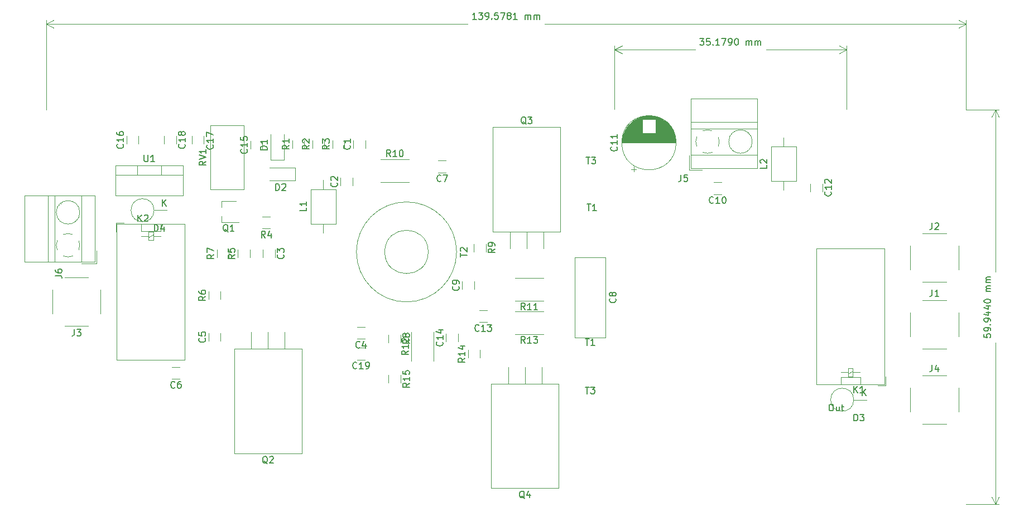
<source format=gbr>
G04 #@! TF.GenerationSoftware,KiCad,Pcbnew,(6.0.0)*
G04 #@! TF.CreationDate,2022-05-31T00:37:06+02:00*
G04 #@! TF.ProjectId,rfamp3,7266616d-7033-42e6-9b69-6361645f7063,rev?*
G04 #@! TF.SameCoordinates,Original*
G04 #@! TF.FileFunction,Legend,Top*
G04 #@! TF.FilePolarity,Positive*
%FSLAX46Y46*%
G04 Gerber Fmt 4.6, Leading zero omitted, Abs format (unit mm)*
G04 Created by KiCad (PCBNEW (6.0.0)) date 2022-05-31 00:37:06*
%MOMM*%
%LPD*%
G01*
G04 APERTURE LIST*
%ADD10C,0.150000*%
%ADD11C,0.120000*%
G04 APERTURE END LIST*
D10*
X126728150Y-30426612D02*
X126156721Y-30426612D01*
X126442436Y-30426612D02*
X126442436Y-29426612D01*
X126347198Y-29569470D01*
X126251960Y-29664708D01*
X126156721Y-29712327D01*
X127061483Y-29426612D02*
X127680531Y-29426612D01*
X127347198Y-29807565D01*
X127490055Y-29807565D01*
X127585293Y-29855184D01*
X127632912Y-29902803D01*
X127680531Y-29998041D01*
X127680531Y-30236136D01*
X127632912Y-30331374D01*
X127585293Y-30378993D01*
X127490055Y-30426612D01*
X127204340Y-30426612D01*
X127109102Y-30378993D01*
X127061483Y-30331374D01*
X128156721Y-30426612D02*
X128347198Y-30426612D01*
X128442436Y-30378993D01*
X128490055Y-30331374D01*
X128585293Y-30188517D01*
X128632912Y-29998041D01*
X128632912Y-29617089D01*
X128585293Y-29521851D01*
X128537674Y-29474232D01*
X128442436Y-29426612D01*
X128251960Y-29426612D01*
X128156721Y-29474232D01*
X128109102Y-29521851D01*
X128061483Y-29617089D01*
X128061483Y-29855184D01*
X128109102Y-29950422D01*
X128156721Y-29998041D01*
X128251960Y-30045660D01*
X128442436Y-30045660D01*
X128537674Y-29998041D01*
X128585293Y-29950422D01*
X128632912Y-29855184D01*
X129061483Y-30331374D02*
X129109102Y-30378993D01*
X129061483Y-30426612D01*
X129013864Y-30378993D01*
X129061483Y-30331374D01*
X129061483Y-30426612D01*
X130013864Y-29426612D02*
X129537674Y-29426612D01*
X129490055Y-29902803D01*
X129537674Y-29855184D01*
X129632912Y-29807565D01*
X129871007Y-29807565D01*
X129966245Y-29855184D01*
X130013864Y-29902803D01*
X130061483Y-29998041D01*
X130061483Y-30236136D01*
X130013864Y-30331374D01*
X129966245Y-30378993D01*
X129871007Y-30426612D01*
X129632912Y-30426612D01*
X129537674Y-30378993D01*
X129490055Y-30331374D01*
X130394817Y-29426612D02*
X131061483Y-29426612D01*
X130632912Y-30426612D01*
X131585293Y-29855184D02*
X131490055Y-29807565D01*
X131442436Y-29759946D01*
X131394817Y-29664708D01*
X131394817Y-29617089D01*
X131442436Y-29521851D01*
X131490055Y-29474232D01*
X131585293Y-29426612D01*
X131775769Y-29426612D01*
X131871007Y-29474232D01*
X131918626Y-29521851D01*
X131966245Y-29617089D01*
X131966245Y-29664708D01*
X131918626Y-29759946D01*
X131871007Y-29807565D01*
X131775769Y-29855184D01*
X131585293Y-29855184D01*
X131490055Y-29902803D01*
X131442436Y-29950422D01*
X131394817Y-30045660D01*
X131394817Y-30236136D01*
X131442436Y-30331374D01*
X131490055Y-30378993D01*
X131585293Y-30426612D01*
X131775769Y-30426612D01*
X131871007Y-30378993D01*
X131918626Y-30331374D01*
X131966245Y-30236136D01*
X131966245Y-30045660D01*
X131918626Y-29950422D01*
X131871007Y-29902803D01*
X131775769Y-29855184D01*
X132918626Y-30426612D02*
X132347198Y-30426612D01*
X132632912Y-30426612D02*
X132632912Y-29426612D01*
X132537674Y-29569470D01*
X132442436Y-29664708D01*
X132347198Y-29712327D01*
X134109102Y-30426612D02*
X134109102Y-29759946D01*
X134109102Y-29855184D02*
X134156721Y-29807565D01*
X134251960Y-29759946D01*
X134394817Y-29759946D01*
X134490055Y-29807565D01*
X134537674Y-29902803D01*
X134537674Y-30426612D01*
X134537674Y-29902803D02*
X134585293Y-29807565D01*
X134680531Y-29759946D01*
X134823388Y-29759946D01*
X134918626Y-29807565D01*
X134966245Y-29902803D01*
X134966245Y-30426612D01*
X135442436Y-30426612D02*
X135442436Y-29759946D01*
X135442436Y-29855184D02*
X135490055Y-29807565D01*
X135585293Y-29759946D01*
X135728150Y-29759946D01*
X135823388Y-29807565D01*
X135871007Y-29902803D01*
X135871007Y-30426612D01*
X135871007Y-29902803D02*
X135918626Y-29807565D01*
X136013864Y-29759946D01*
X136156721Y-29759946D01*
X136251960Y-29807565D01*
X136299579Y-29902803D01*
X136299579Y-30426612D01*
D11*
X201041000Y-44196000D02*
X201041000Y-30537812D01*
X61462920Y-44196000D02*
X61462920Y-30537812D01*
X201041000Y-31124232D02*
X137112675Y-31124232D01*
X125391246Y-31124232D02*
X61462920Y-31124232D01*
X201041000Y-31124232D02*
X199914496Y-30537811D01*
X201041000Y-31124232D02*
X199914496Y-31710653D01*
X61462920Y-31124232D02*
X62589424Y-31710653D01*
X61462920Y-31124232D02*
X62589424Y-30537811D01*
D10*
X160623833Y-33359200D02*
X161242880Y-33359200D01*
X160909547Y-33740153D01*
X161052404Y-33740153D01*
X161147642Y-33787772D01*
X161195261Y-33835391D01*
X161242880Y-33930629D01*
X161242880Y-34168724D01*
X161195261Y-34263962D01*
X161147642Y-34311581D01*
X161052404Y-34359200D01*
X160766690Y-34359200D01*
X160671452Y-34311581D01*
X160623833Y-34263962D01*
X162147642Y-33359200D02*
X161671452Y-33359200D01*
X161623833Y-33835391D01*
X161671452Y-33787772D01*
X161766690Y-33740153D01*
X162004785Y-33740153D01*
X162100023Y-33787772D01*
X162147642Y-33835391D01*
X162195261Y-33930629D01*
X162195261Y-34168724D01*
X162147642Y-34263962D01*
X162100023Y-34311581D01*
X162004785Y-34359200D01*
X161766690Y-34359200D01*
X161671452Y-34311581D01*
X161623833Y-34263962D01*
X162623833Y-34263962D02*
X162671452Y-34311581D01*
X162623833Y-34359200D01*
X162576214Y-34311581D01*
X162623833Y-34263962D01*
X162623833Y-34359200D01*
X163623833Y-34359200D02*
X163052404Y-34359200D01*
X163338119Y-34359200D02*
X163338119Y-33359200D01*
X163242880Y-33502058D01*
X163147642Y-33597296D01*
X163052404Y-33644915D01*
X163957166Y-33359200D02*
X164623833Y-33359200D01*
X164195261Y-34359200D01*
X165052404Y-34359200D02*
X165242880Y-34359200D01*
X165338119Y-34311581D01*
X165385738Y-34263962D01*
X165480976Y-34121105D01*
X165528595Y-33930629D01*
X165528595Y-33549677D01*
X165480976Y-33454439D01*
X165433357Y-33406820D01*
X165338119Y-33359200D01*
X165147642Y-33359200D01*
X165052404Y-33406820D01*
X165004785Y-33454439D01*
X164957166Y-33549677D01*
X164957166Y-33787772D01*
X165004785Y-33883010D01*
X165052404Y-33930629D01*
X165147642Y-33978248D01*
X165338119Y-33978248D01*
X165433357Y-33930629D01*
X165480976Y-33883010D01*
X165528595Y-33787772D01*
X166147642Y-33359200D02*
X166242880Y-33359200D01*
X166338119Y-33406820D01*
X166385738Y-33454439D01*
X166433357Y-33549677D01*
X166480976Y-33740153D01*
X166480976Y-33978248D01*
X166433357Y-34168724D01*
X166385738Y-34263962D01*
X166338119Y-34311581D01*
X166242880Y-34359200D01*
X166147642Y-34359200D01*
X166052404Y-34311581D01*
X166004785Y-34263962D01*
X165957166Y-34168724D01*
X165909547Y-33978248D01*
X165909547Y-33740153D01*
X165957166Y-33549677D01*
X166004785Y-33454439D01*
X166052404Y-33406820D01*
X166147642Y-33359200D01*
X167671452Y-34359200D02*
X167671452Y-33692534D01*
X167671452Y-33787772D02*
X167719071Y-33740153D01*
X167814309Y-33692534D01*
X167957166Y-33692534D01*
X168052404Y-33740153D01*
X168100023Y-33835391D01*
X168100023Y-34359200D01*
X168100023Y-33835391D02*
X168147642Y-33740153D01*
X168242880Y-33692534D01*
X168385738Y-33692534D01*
X168480976Y-33740153D01*
X168528595Y-33835391D01*
X168528595Y-34359200D01*
X169004785Y-34359200D02*
X169004785Y-33692534D01*
X169004785Y-33787772D02*
X169052404Y-33740153D01*
X169147642Y-33692534D01*
X169290500Y-33692534D01*
X169385738Y-33740153D01*
X169433357Y-33835391D01*
X169433357Y-34359200D01*
X169433357Y-33835391D02*
X169480976Y-33740153D01*
X169576214Y-33692534D01*
X169719071Y-33692534D01*
X169814309Y-33740153D01*
X169861928Y-33835391D01*
X169861928Y-34359200D01*
D11*
X182880000Y-44069000D02*
X182880000Y-34470400D01*
X147701000Y-44069000D02*
X147701000Y-34470400D01*
X182880000Y-35056820D02*
X170675024Y-35056820D01*
X159905976Y-35056820D02*
X147701000Y-35056820D01*
X182880000Y-35056820D02*
X181753496Y-34470399D01*
X182880000Y-35056820D02*
X181753496Y-35643241D01*
X147701000Y-35056820D02*
X148827504Y-35643241D01*
X147701000Y-35056820D02*
X148827504Y-34470399D01*
D10*
X203757900Y-78263238D02*
X203757900Y-78739428D01*
X204234091Y-78787047D01*
X204186472Y-78739428D01*
X204138853Y-78644190D01*
X204138853Y-78406095D01*
X204186472Y-78310857D01*
X204234091Y-78263238D01*
X204329329Y-78215619D01*
X204567424Y-78215619D01*
X204662662Y-78263238D01*
X204710281Y-78310857D01*
X204757900Y-78406095D01*
X204757900Y-78644190D01*
X204710281Y-78739428D01*
X204662662Y-78787047D01*
X204757900Y-77739428D02*
X204757900Y-77548952D01*
X204710281Y-77453714D01*
X204662662Y-77406095D01*
X204519805Y-77310857D01*
X204329329Y-77263238D01*
X203948377Y-77263238D01*
X203853139Y-77310857D01*
X203805520Y-77358476D01*
X203757900Y-77453714D01*
X203757900Y-77644190D01*
X203805520Y-77739428D01*
X203853139Y-77787047D01*
X203948377Y-77834666D01*
X204186472Y-77834666D01*
X204281710Y-77787047D01*
X204329329Y-77739428D01*
X204376948Y-77644190D01*
X204376948Y-77453714D01*
X204329329Y-77358476D01*
X204281710Y-77310857D01*
X204186472Y-77263238D01*
X204662662Y-76834666D02*
X204710281Y-76787047D01*
X204757900Y-76834666D01*
X204710281Y-76882285D01*
X204662662Y-76834666D01*
X204757900Y-76834666D01*
X204757900Y-76310857D02*
X204757900Y-76120380D01*
X204710281Y-76025142D01*
X204662662Y-75977523D01*
X204519805Y-75882285D01*
X204329329Y-75834666D01*
X203948377Y-75834666D01*
X203853139Y-75882285D01*
X203805520Y-75929904D01*
X203757900Y-76025142D01*
X203757900Y-76215619D01*
X203805520Y-76310857D01*
X203853139Y-76358476D01*
X203948377Y-76406095D01*
X204186472Y-76406095D01*
X204281710Y-76358476D01*
X204329329Y-76310857D01*
X204376948Y-76215619D01*
X204376948Y-76025142D01*
X204329329Y-75929904D01*
X204281710Y-75882285D01*
X204186472Y-75834666D01*
X204091234Y-74977523D02*
X204757900Y-74977523D01*
X203710281Y-75215619D02*
X204424567Y-75453714D01*
X204424567Y-74834666D01*
X204091234Y-74025142D02*
X204757900Y-74025142D01*
X203710281Y-74263238D02*
X204424567Y-74501333D01*
X204424567Y-73882285D01*
X203757900Y-73310857D02*
X203757900Y-73215619D01*
X203805520Y-73120380D01*
X203853139Y-73072761D01*
X203948377Y-73025142D01*
X204138853Y-72977523D01*
X204376948Y-72977523D01*
X204567424Y-73025142D01*
X204662662Y-73072761D01*
X204710281Y-73120380D01*
X204757900Y-73215619D01*
X204757900Y-73310857D01*
X204710281Y-73406095D01*
X204662662Y-73453714D01*
X204567424Y-73501333D01*
X204376948Y-73548952D01*
X204138853Y-73548952D01*
X203948377Y-73501333D01*
X203853139Y-73453714D01*
X203805520Y-73406095D01*
X203757900Y-73310857D01*
X204757900Y-71787047D02*
X204091234Y-71787047D01*
X204186472Y-71787047D02*
X204138853Y-71739428D01*
X204091234Y-71644190D01*
X204091234Y-71501333D01*
X204138853Y-71406095D01*
X204234091Y-71358476D01*
X204757900Y-71358476D01*
X204234091Y-71358476D02*
X204138853Y-71310857D01*
X204091234Y-71215619D01*
X204091234Y-71072761D01*
X204138853Y-70977523D01*
X204234091Y-70929904D01*
X204757900Y-70929904D01*
X204757900Y-70453714D02*
X204091234Y-70453714D01*
X204186472Y-70453714D02*
X204138853Y-70406095D01*
X204091234Y-70310857D01*
X204091234Y-70168000D01*
X204138853Y-70072761D01*
X204234091Y-70025142D01*
X204757900Y-70025142D01*
X204234091Y-70025142D02*
X204138853Y-69977523D01*
X204091234Y-69882285D01*
X204091234Y-69739428D01*
X204138853Y-69644190D01*
X204234091Y-69596571D01*
X204757900Y-69596571D01*
D11*
X201041000Y-44196000D02*
X206041940Y-44196000D01*
X201041000Y-104140000D02*
X206041940Y-104140000D01*
X205455520Y-44196000D02*
X205455520Y-68783476D01*
X205455520Y-79552524D02*
X205455520Y-104140000D01*
X205455520Y-44196000D02*
X204869099Y-45322504D01*
X205455520Y-44196000D02*
X206041941Y-45322504D01*
X205455520Y-104140000D02*
X206041941Y-103013496D01*
X205455520Y-104140000D02*
X204869099Y-103013496D01*
D10*
X121372333Y-55009142D02*
X121324714Y-55056761D01*
X121181857Y-55104380D01*
X121086619Y-55104380D01*
X120943761Y-55056761D01*
X120848523Y-54961523D01*
X120800904Y-54866285D01*
X120753285Y-54675809D01*
X120753285Y-54532952D01*
X120800904Y-54342476D01*
X120848523Y-54247238D01*
X120943761Y-54152000D01*
X121086619Y-54104380D01*
X121181857Y-54104380D01*
X121324714Y-54152000D01*
X121372333Y-54199619D01*
X121705666Y-54104380D02*
X122372333Y-54104380D01*
X121943761Y-55104380D01*
X91882142Y-50172857D02*
X91929761Y-50220476D01*
X91977380Y-50363333D01*
X91977380Y-50458571D01*
X91929761Y-50601428D01*
X91834523Y-50696666D01*
X91739285Y-50744285D01*
X91548809Y-50791904D01*
X91405952Y-50791904D01*
X91215476Y-50744285D01*
X91120238Y-50696666D01*
X91025000Y-50601428D01*
X90977380Y-50458571D01*
X90977380Y-50363333D01*
X91025000Y-50220476D01*
X91072619Y-50172857D01*
X91977380Y-49220476D02*
X91977380Y-49791904D01*
X91977380Y-49506190D02*
X90977380Y-49506190D01*
X91120238Y-49601428D01*
X91215476Y-49696666D01*
X91263095Y-49791904D01*
X90977380Y-48315714D02*
X90977380Y-48791904D01*
X91453571Y-48839523D01*
X91405952Y-48791904D01*
X91358333Y-48696666D01*
X91358333Y-48458571D01*
X91405952Y-48363333D01*
X91453571Y-48315714D01*
X91548809Y-48268095D01*
X91786904Y-48268095D01*
X91882142Y-48315714D01*
X91929761Y-48363333D01*
X91977380Y-48458571D01*
X91977380Y-48696666D01*
X91929761Y-48791904D01*
X91882142Y-48839523D01*
X73086142Y-49410857D02*
X73133761Y-49458476D01*
X73181380Y-49601333D01*
X73181380Y-49696571D01*
X73133761Y-49839428D01*
X73038523Y-49934666D01*
X72943285Y-49982285D01*
X72752809Y-50029904D01*
X72609952Y-50029904D01*
X72419476Y-49982285D01*
X72324238Y-49934666D01*
X72229000Y-49839428D01*
X72181380Y-49696571D01*
X72181380Y-49601333D01*
X72229000Y-49458476D01*
X72276619Y-49410857D01*
X73181380Y-48458476D02*
X73181380Y-49029904D01*
X73181380Y-48744190D02*
X72181380Y-48744190D01*
X72324238Y-48839428D01*
X72419476Y-48934666D01*
X72467095Y-49029904D01*
X72181380Y-47601333D02*
X72181380Y-47791809D01*
X72229000Y-47887047D01*
X72276619Y-47934666D01*
X72419476Y-48029904D01*
X72609952Y-48077523D01*
X72990904Y-48077523D01*
X73086142Y-48029904D01*
X73133761Y-47982285D01*
X73181380Y-47887047D01*
X73181380Y-47696571D01*
X73133761Y-47601333D01*
X73086142Y-47553714D01*
X72990904Y-47506095D01*
X72752809Y-47506095D01*
X72657571Y-47553714D01*
X72609952Y-47601333D01*
X72562333Y-47696571D01*
X72562333Y-47887047D01*
X72609952Y-47982285D01*
X72657571Y-48029904D01*
X72752809Y-48077523D01*
X86717142Y-49537857D02*
X86764761Y-49585476D01*
X86812380Y-49728333D01*
X86812380Y-49823571D01*
X86764761Y-49966428D01*
X86669523Y-50061666D01*
X86574285Y-50109285D01*
X86383809Y-50156904D01*
X86240952Y-50156904D01*
X86050476Y-50109285D01*
X85955238Y-50061666D01*
X85860000Y-49966428D01*
X85812380Y-49823571D01*
X85812380Y-49728333D01*
X85860000Y-49585476D01*
X85907619Y-49537857D01*
X86812380Y-48585476D02*
X86812380Y-49156904D01*
X86812380Y-48871190D02*
X85812380Y-48871190D01*
X85955238Y-48966428D01*
X86050476Y-49061666D01*
X86098095Y-49156904D01*
X85812380Y-48252142D02*
X85812380Y-47585476D01*
X86812380Y-48014047D01*
X82441142Y-49410857D02*
X82488761Y-49458476D01*
X82536380Y-49601333D01*
X82536380Y-49696571D01*
X82488761Y-49839428D01*
X82393523Y-49934666D01*
X82298285Y-49982285D01*
X82107809Y-50029904D01*
X81964952Y-50029904D01*
X81774476Y-49982285D01*
X81679238Y-49934666D01*
X81584000Y-49839428D01*
X81536380Y-49696571D01*
X81536380Y-49601333D01*
X81584000Y-49458476D01*
X81631619Y-49410857D01*
X82536380Y-48458476D02*
X82536380Y-49029904D01*
X82536380Y-48744190D02*
X81536380Y-48744190D01*
X81679238Y-48839428D01*
X81774476Y-48934666D01*
X81822095Y-49029904D01*
X81964952Y-47887047D02*
X81917333Y-47982285D01*
X81869714Y-48029904D01*
X81774476Y-48077523D01*
X81726857Y-48077523D01*
X81631619Y-48029904D01*
X81584000Y-47982285D01*
X81536380Y-47887047D01*
X81536380Y-47696571D01*
X81584000Y-47601333D01*
X81631619Y-47553714D01*
X81726857Y-47506095D01*
X81774476Y-47506095D01*
X81869714Y-47553714D01*
X81917333Y-47601333D01*
X81964952Y-47696571D01*
X81964952Y-47887047D01*
X82012571Y-47982285D01*
X82060190Y-48029904D01*
X82155428Y-48077523D01*
X82345904Y-48077523D01*
X82441142Y-48029904D01*
X82488761Y-47982285D01*
X82536380Y-47887047D01*
X82536380Y-47696571D01*
X82488761Y-47601333D01*
X82441142Y-47553714D01*
X82345904Y-47506095D01*
X82155428Y-47506095D01*
X82060190Y-47553714D01*
X82012571Y-47601333D01*
X81964952Y-47696571D01*
X162679142Y-58311142D02*
X162631523Y-58358761D01*
X162488666Y-58406380D01*
X162393428Y-58406380D01*
X162250571Y-58358761D01*
X162155333Y-58263523D01*
X162107714Y-58168285D01*
X162060095Y-57977809D01*
X162060095Y-57834952D01*
X162107714Y-57644476D01*
X162155333Y-57549238D01*
X162250571Y-57454000D01*
X162393428Y-57406380D01*
X162488666Y-57406380D01*
X162631523Y-57454000D01*
X162679142Y-57501619D01*
X163631523Y-58406380D02*
X163060095Y-58406380D01*
X163345809Y-58406380D02*
X163345809Y-57406380D01*
X163250571Y-57549238D01*
X163155333Y-57644476D01*
X163060095Y-57692095D01*
X164250571Y-57406380D02*
X164345809Y-57406380D01*
X164441047Y-57454000D01*
X164488666Y-57501619D01*
X164536285Y-57596857D01*
X164583904Y-57787333D01*
X164583904Y-58025428D01*
X164536285Y-58215904D01*
X164488666Y-58311142D01*
X164441047Y-58358761D01*
X164345809Y-58406380D01*
X164250571Y-58406380D01*
X164155333Y-58358761D01*
X164107714Y-58311142D01*
X164060095Y-58215904D01*
X164012476Y-58025428D01*
X164012476Y-57787333D01*
X164060095Y-57596857D01*
X164107714Y-57501619D01*
X164155333Y-57454000D01*
X164250571Y-57406380D01*
X65716666Y-77552380D02*
X65716666Y-78266666D01*
X65669047Y-78409523D01*
X65573809Y-78504761D01*
X65430952Y-78552380D01*
X65335714Y-78552380D01*
X66097619Y-77552380D02*
X66716666Y-77552380D01*
X66383333Y-77933333D01*
X66526190Y-77933333D01*
X66621428Y-77980952D01*
X66669047Y-78028571D01*
X66716666Y-78123809D01*
X66716666Y-78361904D01*
X66669047Y-78457142D01*
X66621428Y-78504761D01*
X66526190Y-78552380D01*
X66240476Y-78552380D01*
X66145238Y-78504761D01*
X66097619Y-78457142D01*
X62845700Y-69385773D02*
X63559986Y-69385773D01*
X63702843Y-69433392D01*
X63798081Y-69528630D01*
X63845700Y-69671487D01*
X63845700Y-69766725D01*
X62845700Y-68481011D02*
X62845700Y-68671487D01*
X62893320Y-68766725D01*
X62940939Y-68814344D01*
X63083796Y-68909582D01*
X63274272Y-68957201D01*
X63655224Y-68957201D01*
X63750462Y-68909582D01*
X63798081Y-68861963D01*
X63845700Y-68766725D01*
X63845700Y-68576249D01*
X63798081Y-68481011D01*
X63750462Y-68433392D01*
X63655224Y-68385773D01*
X63417129Y-68385773D01*
X63321891Y-68433392D01*
X63274272Y-68481011D01*
X63226653Y-68576249D01*
X63226653Y-68766725D01*
X63274272Y-68861963D01*
X63321891Y-68909582D01*
X63417129Y-68957201D01*
X195881666Y-71537380D02*
X195881666Y-72251666D01*
X195834047Y-72394523D01*
X195738809Y-72489761D01*
X195595952Y-72537380D01*
X195500714Y-72537380D01*
X196881666Y-72537380D02*
X196310238Y-72537380D01*
X196595952Y-72537380D02*
X196595952Y-71537380D01*
X196500714Y-71680238D01*
X196405476Y-71775476D01*
X196310238Y-71823095D01*
X157781666Y-54062380D02*
X157781666Y-54776666D01*
X157734047Y-54919523D01*
X157638809Y-55014761D01*
X157495952Y-55062380D01*
X157400714Y-55062380D01*
X158734047Y-54062380D02*
X158257857Y-54062380D01*
X158210238Y-54538571D01*
X158257857Y-54490952D01*
X158353095Y-54443333D01*
X158591190Y-54443333D01*
X158686428Y-54490952D01*
X158734047Y-54538571D01*
X158781666Y-54633809D01*
X158781666Y-54871904D01*
X158734047Y-54967142D01*
X158686428Y-55014761D01*
X158591190Y-55062380D01*
X158353095Y-55062380D01*
X158257857Y-55014761D01*
X158210238Y-54967142D01*
X75394904Y-61144380D02*
X75394904Y-60144380D01*
X75966333Y-61144380D02*
X75537761Y-60572952D01*
X75966333Y-60144380D02*
X75394904Y-60715809D01*
X76347285Y-60239619D02*
X76394904Y-60192000D01*
X76490142Y-60144380D01*
X76728238Y-60144380D01*
X76823476Y-60192000D01*
X76871095Y-60239619D01*
X76918714Y-60334857D01*
X76918714Y-60430095D01*
X76871095Y-60572952D01*
X76299666Y-61144380D01*
X76918714Y-61144380D01*
X183986904Y-87207380D02*
X183986904Y-86207380D01*
X184558333Y-87207380D02*
X184129761Y-86635952D01*
X184558333Y-86207380D02*
X183986904Y-86778809D01*
X185510714Y-87207380D02*
X184939285Y-87207380D01*
X185225000Y-87207380D02*
X185225000Y-86207380D01*
X185129761Y-86350238D01*
X185034523Y-86445476D01*
X184939285Y-86493095D01*
X129526380Y-65317666D02*
X129050190Y-65651000D01*
X129526380Y-65889095D02*
X128526380Y-65889095D01*
X128526380Y-65508142D01*
X128574000Y-65412904D01*
X128621619Y-65365285D01*
X128716857Y-65317666D01*
X128859714Y-65317666D01*
X128954952Y-65365285D01*
X129002571Y-65412904D01*
X129050190Y-65508142D01*
X129050190Y-65889095D01*
X129526380Y-64841476D02*
X129526380Y-64651000D01*
X129478761Y-64555761D01*
X129431142Y-64508142D01*
X129288285Y-64412904D01*
X129097809Y-64365285D01*
X128716857Y-64365285D01*
X128621619Y-64412904D01*
X128574000Y-64460523D01*
X128526380Y-64555761D01*
X128526380Y-64746238D01*
X128574000Y-64841476D01*
X128621619Y-64889095D01*
X128716857Y-64936714D01*
X128954952Y-64936714D01*
X129050190Y-64889095D01*
X129097809Y-64841476D01*
X129145428Y-64746238D01*
X129145428Y-64555761D01*
X129097809Y-64460523D01*
X129050190Y-64412904D01*
X128954952Y-64365285D01*
X124997380Y-81922857D02*
X124521190Y-82256190D01*
X124997380Y-82494285D02*
X123997380Y-82494285D01*
X123997380Y-82113333D01*
X124045000Y-82018095D01*
X124092619Y-81970476D01*
X124187857Y-81922857D01*
X124330714Y-81922857D01*
X124425952Y-81970476D01*
X124473571Y-82018095D01*
X124521190Y-82113333D01*
X124521190Y-82494285D01*
X124997380Y-80970476D02*
X124997380Y-81541904D01*
X124997380Y-81256190D02*
X123997380Y-81256190D01*
X124140238Y-81351428D01*
X124235476Y-81446666D01*
X124283095Y-81541904D01*
X124330714Y-80113333D02*
X124997380Y-80113333D01*
X123949761Y-80351428D02*
X124664047Y-80589523D01*
X124664047Y-79970476D01*
X76327095Y-51062380D02*
X76327095Y-51871904D01*
X76374714Y-51967142D01*
X76422333Y-52014761D01*
X76517571Y-52062380D01*
X76708047Y-52062380D01*
X76803285Y-52014761D01*
X76850904Y-51967142D01*
X76898523Y-51871904D01*
X76898523Y-51062380D01*
X77898523Y-52062380D02*
X77327095Y-52062380D01*
X77612809Y-52062380D02*
X77612809Y-51062380D01*
X77517571Y-51205238D01*
X77422333Y-51300476D01*
X77327095Y-51348095D01*
X124013142Y-71032666D02*
X124060761Y-71080285D01*
X124108380Y-71223142D01*
X124108380Y-71318380D01*
X124060761Y-71461238D01*
X123965523Y-71556476D01*
X123870285Y-71604095D01*
X123679809Y-71651714D01*
X123536952Y-71651714D01*
X123346476Y-71604095D01*
X123251238Y-71556476D01*
X123156000Y-71461238D01*
X123108380Y-71318380D01*
X123108380Y-71223142D01*
X123156000Y-71080285D01*
X123203619Y-71032666D01*
X124108380Y-70556476D02*
X124108380Y-70366000D01*
X124060761Y-70270761D01*
X124013142Y-70223142D01*
X123870285Y-70127904D01*
X123679809Y-70080285D01*
X123298857Y-70080285D01*
X123203619Y-70127904D01*
X123156000Y-70175523D01*
X123108380Y-70270761D01*
X123108380Y-70461238D01*
X123156000Y-70556476D01*
X123203619Y-70604095D01*
X123298857Y-70651714D01*
X123536952Y-70651714D01*
X123632190Y-70604095D01*
X123679809Y-70556476D01*
X123727428Y-70461238D01*
X123727428Y-70270761D01*
X123679809Y-70175523D01*
X123632190Y-70127904D01*
X123536952Y-70080285D01*
X127119142Y-77742142D02*
X127071523Y-77789761D01*
X126928666Y-77837380D01*
X126833428Y-77837380D01*
X126690571Y-77789761D01*
X126595333Y-77694523D01*
X126547714Y-77599285D01*
X126500095Y-77408809D01*
X126500095Y-77265952D01*
X126547714Y-77075476D01*
X126595333Y-76980238D01*
X126690571Y-76885000D01*
X126833428Y-76837380D01*
X126928666Y-76837380D01*
X127071523Y-76885000D01*
X127119142Y-76932619D01*
X128071523Y-77837380D02*
X127500095Y-77837380D01*
X127785809Y-77837380D02*
X127785809Y-76837380D01*
X127690571Y-76980238D01*
X127595333Y-77075476D01*
X127500095Y-77123095D01*
X128404857Y-76837380D02*
X129023904Y-76837380D01*
X128690571Y-77218333D01*
X128833428Y-77218333D01*
X128928666Y-77265952D01*
X128976285Y-77313571D01*
X129023904Y-77408809D01*
X129023904Y-77646904D01*
X128976285Y-77742142D01*
X128928666Y-77789761D01*
X128833428Y-77837380D01*
X128547714Y-77837380D01*
X128452476Y-77789761D01*
X128404857Y-77742142D01*
X134265681Y-46368299D02*
X134170443Y-46320680D01*
X134075205Y-46225441D01*
X133932348Y-46082584D01*
X133837110Y-46034965D01*
X133741872Y-46034965D01*
X133789491Y-46273060D02*
X133694253Y-46225441D01*
X133599015Y-46130203D01*
X133551396Y-45939727D01*
X133551396Y-45606394D01*
X133599015Y-45415918D01*
X133694253Y-45320680D01*
X133789491Y-45273060D01*
X133979967Y-45273060D01*
X134075205Y-45320680D01*
X134170443Y-45415918D01*
X134218062Y-45606394D01*
X134218062Y-45939727D01*
X134170443Y-46130203D01*
X134075205Y-46225441D01*
X133979967Y-46273060D01*
X133789491Y-46273060D01*
X134551396Y-45273060D02*
X135170443Y-45273060D01*
X134837110Y-45654013D01*
X134979967Y-45654013D01*
X135075205Y-45701632D01*
X135122824Y-45749251D01*
X135170443Y-45844489D01*
X135170443Y-46082584D01*
X135122824Y-46177822D01*
X135075205Y-46225441D01*
X134979967Y-46273060D01*
X134694253Y-46273060D01*
X134599015Y-46225441D01*
X134551396Y-46177822D01*
X134021841Y-103235659D02*
X133926603Y-103188040D01*
X133831365Y-103092801D01*
X133688508Y-102949944D01*
X133593270Y-102902325D01*
X133498032Y-102902325D01*
X133545651Y-103140420D02*
X133450413Y-103092801D01*
X133355175Y-102997563D01*
X133307556Y-102807087D01*
X133307556Y-102473754D01*
X133355175Y-102283278D01*
X133450413Y-102188040D01*
X133545651Y-102140420D01*
X133736127Y-102140420D01*
X133831365Y-102188040D01*
X133926603Y-102283278D01*
X133974222Y-102473754D01*
X133974222Y-102807087D01*
X133926603Y-102997563D01*
X133831365Y-103092801D01*
X133736127Y-103140420D01*
X133545651Y-103140420D01*
X134831365Y-102473754D02*
X134831365Y-103140420D01*
X134593270Y-102092801D02*
X134355175Y-102807087D01*
X134974222Y-102807087D01*
X85692380Y-52030238D02*
X85216190Y-52363571D01*
X85692380Y-52601666D02*
X84692380Y-52601666D01*
X84692380Y-52220714D01*
X84740000Y-52125476D01*
X84787619Y-52077857D01*
X84882857Y-52030238D01*
X85025714Y-52030238D01*
X85120952Y-52077857D01*
X85168571Y-52125476D01*
X85216190Y-52220714D01*
X85216190Y-52601666D01*
X84692380Y-51744523D02*
X85692380Y-51411190D01*
X84692380Y-51077857D01*
X85692380Y-50220714D02*
X85692380Y-50792142D01*
X85692380Y-50506428D02*
X84692380Y-50506428D01*
X84835238Y-50601666D01*
X84930476Y-50696904D01*
X84978095Y-50792142D01*
X113707942Y-51299380D02*
X113374609Y-50823190D01*
X113136514Y-51299380D02*
X113136514Y-50299380D01*
X113517466Y-50299380D01*
X113612704Y-50347000D01*
X113660323Y-50394619D01*
X113707942Y-50489857D01*
X113707942Y-50632714D01*
X113660323Y-50727952D01*
X113612704Y-50775571D01*
X113517466Y-50823190D01*
X113136514Y-50823190D01*
X114660323Y-51299380D02*
X114088895Y-51299380D01*
X114374609Y-51299380D02*
X114374609Y-50299380D01*
X114279371Y-50442238D01*
X114184133Y-50537476D01*
X114088895Y-50585095D01*
X115279371Y-50299380D02*
X115374609Y-50299380D01*
X115469847Y-50347000D01*
X115517466Y-50394619D01*
X115565085Y-50489857D01*
X115612704Y-50680333D01*
X115612704Y-50918428D01*
X115565085Y-51108904D01*
X115517466Y-51204142D01*
X115469847Y-51251761D01*
X115374609Y-51299380D01*
X115279371Y-51299380D01*
X115184133Y-51251761D01*
X115136514Y-51204142D01*
X115088895Y-51108904D01*
X115041276Y-50918428D01*
X115041276Y-50680333D01*
X115088895Y-50489857D01*
X115136514Y-50394619D01*
X115184133Y-50347000D01*
X115279371Y-50299380D01*
X170807380Y-52570666D02*
X170807380Y-53046857D01*
X169807380Y-53046857D01*
X169902619Y-52284952D02*
X169855000Y-52237333D01*
X169807380Y-52142095D01*
X169807380Y-51904000D01*
X169855000Y-51808761D01*
X169902619Y-51761142D01*
X169997857Y-51713523D01*
X170093095Y-51713523D01*
X170235952Y-51761142D01*
X170807380Y-52332571D01*
X170807380Y-51713523D01*
X195881666Y-82967380D02*
X195881666Y-83681666D01*
X195834047Y-83824523D01*
X195738809Y-83919761D01*
X195595952Y-83967380D01*
X195500714Y-83967380D01*
X196786428Y-83300714D02*
X196786428Y-83967380D01*
X196548333Y-82919761D02*
X196310238Y-83634047D01*
X196929285Y-83634047D01*
X195881666Y-61377380D02*
X195881666Y-62091666D01*
X195834047Y-62234523D01*
X195738809Y-62329761D01*
X195595952Y-62377380D01*
X195500714Y-62377380D01*
X196310238Y-61472619D02*
X196357857Y-61425000D01*
X196453095Y-61377380D01*
X196691190Y-61377380D01*
X196786428Y-61425000D01*
X196834047Y-61472619D01*
X196881666Y-61567857D01*
X196881666Y-61663095D01*
X196834047Y-61805952D01*
X196262619Y-62377380D01*
X196881666Y-62377380D01*
X148015142Y-49831857D02*
X148062761Y-49879476D01*
X148110380Y-50022333D01*
X148110380Y-50117571D01*
X148062761Y-50260428D01*
X147967523Y-50355666D01*
X147872285Y-50403285D01*
X147681809Y-50450904D01*
X147538952Y-50450904D01*
X147348476Y-50403285D01*
X147253238Y-50355666D01*
X147158000Y-50260428D01*
X147110380Y-50117571D01*
X147110380Y-50022333D01*
X147158000Y-49879476D01*
X147205619Y-49831857D01*
X148110380Y-48879476D02*
X148110380Y-49450904D01*
X148110380Y-49165190D02*
X147110380Y-49165190D01*
X147253238Y-49260428D01*
X147348476Y-49355666D01*
X147396095Y-49450904D01*
X148110380Y-47927095D02*
X148110380Y-48498523D01*
X148110380Y-48212809D02*
X147110380Y-48212809D01*
X147253238Y-48308047D01*
X147348476Y-48403285D01*
X147396095Y-48498523D01*
X180485142Y-56649857D02*
X180532761Y-56697476D01*
X180580380Y-56840333D01*
X180580380Y-56935571D01*
X180532761Y-57078428D01*
X180437523Y-57173666D01*
X180342285Y-57221285D01*
X180151809Y-57268904D01*
X180008952Y-57268904D01*
X179818476Y-57221285D01*
X179723238Y-57173666D01*
X179628000Y-57078428D01*
X179580380Y-56935571D01*
X179580380Y-56840333D01*
X179628000Y-56697476D01*
X179675619Y-56649857D01*
X180580380Y-55697476D02*
X180580380Y-56268904D01*
X180580380Y-55983190D02*
X179580380Y-55983190D01*
X179723238Y-56078428D01*
X179818476Y-56173666D01*
X179866095Y-56268904D01*
X179675619Y-55316523D02*
X179628000Y-55268904D01*
X179580380Y-55173666D01*
X179580380Y-54935571D01*
X179628000Y-54840333D01*
X179675619Y-54792714D01*
X179770857Y-54745095D01*
X179866095Y-54745095D01*
X180008952Y-54792714D01*
X180580380Y-55364142D01*
X180580380Y-54745095D01*
X107503142Y-49569666D02*
X107550761Y-49617285D01*
X107598380Y-49760142D01*
X107598380Y-49855380D01*
X107550761Y-49998238D01*
X107455523Y-50093476D01*
X107360285Y-50141095D01*
X107169809Y-50188714D01*
X107026952Y-50188714D01*
X106836476Y-50141095D01*
X106741238Y-50093476D01*
X106646000Y-49998238D01*
X106598380Y-49855380D01*
X106598380Y-49760142D01*
X106646000Y-49617285D01*
X106693619Y-49569666D01*
X107598380Y-48617285D02*
X107598380Y-49188714D01*
X107598380Y-48903000D02*
X106598380Y-48903000D01*
X106741238Y-48998238D01*
X106836476Y-49093476D01*
X106884095Y-49188714D01*
X105547342Y-55284666D02*
X105594961Y-55332285D01*
X105642580Y-55475142D01*
X105642580Y-55570380D01*
X105594961Y-55713238D01*
X105499723Y-55808476D01*
X105404485Y-55856095D01*
X105214009Y-55903714D01*
X105071152Y-55903714D01*
X104880676Y-55856095D01*
X104785438Y-55808476D01*
X104690200Y-55713238D01*
X104642580Y-55570380D01*
X104642580Y-55475142D01*
X104690200Y-55332285D01*
X104737819Y-55284666D01*
X104737819Y-54903714D02*
X104690200Y-54856095D01*
X104642580Y-54760857D01*
X104642580Y-54522761D01*
X104690200Y-54427523D01*
X104737819Y-54379904D01*
X104833057Y-54332285D01*
X104928295Y-54332285D01*
X105071152Y-54379904D01*
X105642580Y-54951333D01*
X105642580Y-54332285D01*
X97427142Y-66206666D02*
X97474761Y-66254285D01*
X97522380Y-66397142D01*
X97522380Y-66492380D01*
X97474761Y-66635238D01*
X97379523Y-66730476D01*
X97284285Y-66778095D01*
X97093809Y-66825714D01*
X96950952Y-66825714D01*
X96760476Y-66778095D01*
X96665238Y-66730476D01*
X96570000Y-66635238D01*
X96522380Y-66492380D01*
X96522380Y-66397142D01*
X96570000Y-66254285D01*
X96617619Y-66206666D01*
X96522380Y-65873333D02*
X96522380Y-65254285D01*
X96903333Y-65587619D01*
X96903333Y-65444761D01*
X96950952Y-65349523D01*
X96998571Y-65301904D01*
X97093809Y-65254285D01*
X97331904Y-65254285D01*
X97427142Y-65301904D01*
X97474761Y-65349523D01*
X97522380Y-65444761D01*
X97522380Y-65730476D01*
X97474761Y-65825714D01*
X97427142Y-65873333D01*
X109053333Y-80282142D02*
X109005714Y-80329761D01*
X108862857Y-80377380D01*
X108767619Y-80377380D01*
X108624761Y-80329761D01*
X108529523Y-80234523D01*
X108481904Y-80139285D01*
X108434285Y-79948809D01*
X108434285Y-79805952D01*
X108481904Y-79615476D01*
X108529523Y-79520238D01*
X108624761Y-79425000D01*
X108767619Y-79377380D01*
X108862857Y-79377380D01*
X109005714Y-79425000D01*
X109053333Y-79472619D01*
X109910476Y-79710714D02*
X109910476Y-80377380D01*
X109672380Y-79329761D02*
X109434285Y-80044047D01*
X110053333Y-80044047D01*
X85532142Y-78906666D02*
X85579761Y-78954285D01*
X85627380Y-79097142D01*
X85627380Y-79192380D01*
X85579761Y-79335238D01*
X85484523Y-79430476D01*
X85389285Y-79478095D01*
X85198809Y-79525714D01*
X85055952Y-79525714D01*
X84865476Y-79478095D01*
X84770238Y-79430476D01*
X84675000Y-79335238D01*
X84627380Y-79192380D01*
X84627380Y-79097142D01*
X84675000Y-78954285D01*
X84722619Y-78906666D01*
X84627380Y-78001904D02*
X84627380Y-78478095D01*
X85103571Y-78525714D01*
X85055952Y-78478095D01*
X85008333Y-78382857D01*
X85008333Y-78144761D01*
X85055952Y-78049523D01*
X85103571Y-78001904D01*
X85198809Y-77954285D01*
X85436904Y-77954285D01*
X85532142Y-78001904D01*
X85579761Y-78049523D01*
X85627380Y-78144761D01*
X85627380Y-78382857D01*
X85579761Y-78478095D01*
X85532142Y-78525714D01*
X80983333Y-86377142D02*
X80935714Y-86424761D01*
X80792857Y-86472380D01*
X80697619Y-86472380D01*
X80554761Y-86424761D01*
X80459523Y-86329523D01*
X80411904Y-86234285D01*
X80364285Y-86043809D01*
X80364285Y-85900952D01*
X80411904Y-85710476D01*
X80459523Y-85615238D01*
X80554761Y-85520000D01*
X80697619Y-85472380D01*
X80792857Y-85472380D01*
X80935714Y-85520000D01*
X80983333Y-85567619D01*
X81840476Y-85472380D02*
X81650000Y-85472380D01*
X81554761Y-85520000D01*
X81507142Y-85567619D01*
X81411904Y-85710476D01*
X81364285Y-85900952D01*
X81364285Y-86281904D01*
X81411904Y-86377142D01*
X81459523Y-86424761D01*
X81554761Y-86472380D01*
X81745238Y-86472380D01*
X81840476Y-86424761D01*
X81888095Y-86377142D01*
X81935714Y-86281904D01*
X81935714Y-86043809D01*
X81888095Y-85948571D01*
X81840476Y-85900952D01*
X81745238Y-85853333D01*
X81554761Y-85853333D01*
X81459523Y-85900952D01*
X81411904Y-85948571D01*
X81364285Y-86043809D01*
X94972380Y-50268095D02*
X93972380Y-50268095D01*
X93972380Y-50030000D01*
X94020000Y-49887142D01*
X94115238Y-49791904D01*
X94210476Y-49744285D01*
X94400952Y-49696666D01*
X94543809Y-49696666D01*
X94734285Y-49744285D01*
X94829523Y-49791904D01*
X94924761Y-49887142D01*
X94972380Y-50030000D01*
X94972380Y-50268095D01*
X94972380Y-48744285D02*
X94972380Y-49315714D01*
X94972380Y-49030000D02*
X93972380Y-49030000D01*
X94115238Y-49125238D01*
X94210476Y-49220476D01*
X94258095Y-49315714D01*
X96289904Y-56427380D02*
X96289904Y-55427380D01*
X96528000Y-55427380D01*
X96670857Y-55475000D01*
X96766095Y-55570238D01*
X96813714Y-55665476D01*
X96861333Y-55855952D01*
X96861333Y-55998809D01*
X96813714Y-56189285D01*
X96766095Y-56284523D01*
X96670857Y-56379761D01*
X96528000Y-56427380D01*
X96289904Y-56427380D01*
X97242285Y-55522619D02*
X97289904Y-55475000D01*
X97385142Y-55427380D01*
X97623238Y-55427380D01*
X97718476Y-55475000D01*
X97766095Y-55522619D01*
X97813714Y-55617857D01*
X97813714Y-55713095D01*
X97766095Y-55855952D01*
X97194666Y-56427380D01*
X97813714Y-56427380D01*
X100957380Y-59047666D02*
X100957380Y-59523857D01*
X99957380Y-59523857D01*
X100957380Y-58190523D02*
X100957380Y-58761952D01*
X100957380Y-58476238D02*
X99957380Y-58476238D01*
X100100238Y-58571476D01*
X100195476Y-58666714D01*
X100243095Y-58761952D01*
X95027761Y-97962619D02*
X94932523Y-97915000D01*
X94837285Y-97819761D01*
X94694428Y-97676904D01*
X94599190Y-97629285D01*
X94503952Y-97629285D01*
X94551571Y-97867380D02*
X94456333Y-97819761D01*
X94361095Y-97724523D01*
X94313476Y-97534047D01*
X94313476Y-97200714D01*
X94361095Y-97010238D01*
X94456333Y-96915000D01*
X94551571Y-96867380D01*
X94742047Y-96867380D01*
X94837285Y-96915000D01*
X94932523Y-97010238D01*
X94980142Y-97200714D01*
X94980142Y-97534047D01*
X94932523Y-97724523D01*
X94837285Y-97819761D01*
X94742047Y-97867380D01*
X94551571Y-97867380D01*
X95361095Y-96962619D02*
X95408714Y-96915000D01*
X95503952Y-96867380D01*
X95742047Y-96867380D01*
X95837285Y-96915000D01*
X95884904Y-96962619D01*
X95932523Y-97057857D01*
X95932523Y-97153095D01*
X95884904Y-97295952D01*
X95313476Y-97867380D01*
X95932523Y-97867380D01*
X98327380Y-49569666D02*
X97851190Y-49903000D01*
X98327380Y-50141095D02*
X97327380Y-50141095D01*
X97327380Y-49760142D01*
X97375000Y-49664904D01*
X97422619Y-49617285D01*
X97517857Y-49569666D01*
X97660714Y-49569666D01*
X97755952Y-49617285D01*
X97803571Y-49664904D01*
X97851190Y-49760142D01*
X97851190Y-50141095D01*
X98327380Y-48617285D02*
X98327380Y-49188714D01*
X98327380Y-48903000D02*
X97327380Y-48903000D01*
X97470238Y-48998238D01*
X97565476Y-49093476D01*
X97613095Y-49188714D01*
X101375380Y-49569666D02*
X100899190Y-49903000D01*
X101375380Y-50141095D02*
X100375380Y-50141095D01*
X100375380Y-49760142D01*
X100423000Y-49664904D01*
X100470619Y-49617285D01*
X100565857Y-49569666D01*
X100708714Y-49569666D01*
X100803952Y-49617285D01*
X100851571Y-49664904D01*
X100899190Y-49760142D01*
X100899190Y-50141095D01*
X100470619Y-49188714D02*
X100423000Y-49141095D01*
X100375380Y-49045857D01*
X100375380Y-48807761D01*
X100423000Y-48712523D01*
X100470619Y-48664904D01*
X100565857Y-48617285D01*
X100661095Y-48617285D01*
X100803952Y-48664904D01*
X101375380Y-49236333D01*
X101375380Y-48617285D01*
X104423380Y-49569666D02*
X103947190Y-49903000D01*
X104423380Y-50141095D02*
X103423380Y-50141095D01*
X103423380Y-49760142D01*
X103471000Y-49664904D01*
X103518619Y-49617285D01*
X103613857Y-49569666D01*
X103756714Y-49569666D01*
X103851952Y-49617285D01*
X103899571Y-49664904D01*
X103947190Y-49760142D01*
X103947190Y-50141095D01*
X103423380Y-49236333D02*
X103423380Y-48617285D01*
X103804333Y-48950619D01*
X103804333Y-48807761D01*
X103851952Y-48712523D01*
X103899571Y-48664904D01*
X103994809Y-48617285D01*
X104232904Y-48617285D01*
X104328142Y-48664904D01*
X104375761Y-48712523D01*
X104423380Y-48807761D01*
X104423380Y-49093476D01*
X104375761Y-49188714D01*
X104328142Y-49236333D01*
X94702333Y-63613380D02*
X94369000Y-63137190D01*
X94130904Y-63613380D02*
X94130904Y-62613380D01*
X94511857Y-62613380D01*
X94607095Y-62661000D01*
X94654714Y-62708619D01*
X94702333Y-62803857D01*
X94702333Y-62946714D01*
X94654714Y-63041952D01*
X94607095Y-63089571D01*
X94511857Y-63137190D01*
X94130904Y-63137190D01*
X95559476Y-62946714D02*
X95559476Y-63613380D01*
X95321380Y-62565761D02*
X95083285Y-63280047D01*
X95702333Y-63280047D01*
X90072380Y-66206666D02*
X89596190Y-66540000D01*
X90072380Y-66778095D02*
X89072380Y-66778095D01*
X89072380Y-66397142D01*
X89120000Y-66301904D01*
X89167619Y-66254285D01*
X89262857Y-66206666D01*
X89405714Y-66206666D01*
X89500952Y-66254285D01*
X89548571Y-66301904D01*
X89596190Y-66397142D01*
X89596190Y-66778095D01*
X89072380Y-65301904D02*
X89072380Y-65778095D01*
X89548571Y-65825714D01*
X89500952Y-65778095D01*
X89453333Y-65682857D01*
X89453333Y-65444761D01*
X89500952Y-65349523D01*
X89548571Y-65301904D01*
X89643809Y-65254285D01*
X89881904Y-65254285D01*
X89977142Y-65301904D01*
X90024761Y-65349523D01*
X90072380Y-65444761D01*
X90072380Y-65682857D01*
X90024761Y-65778095D01*
X89977142Y-65825714D01*
X85627380Y-72556666D02*
X85151190Y-72890000D01*
X85627380Y-73128095D02*
X84627380Y-73128095D01*
X84627380Y-72747142D01*
X84675000Y-72651904D01*
X84722619Y-72604285D01*
X84817857Y-72556666D01*
X84960714Y-72556666D01*
X85055952Y-72604285D01*
X85103571Y-72651904D01*
X85151190Y-72747142D01*
X85151190Y-73128095D01*
X84627380Y-71699523D02*
X84627380Y-71890000D01*
X84675000Y-71985238D01*
X84722619Y-72032857D01*
X84865476Y-72128095D01*
X85055952Y-72175714D01*
X85436904Y-72175714D01*
X85532142Y-72128095D01*
X85579761Y-72080476D01*
X85627380Y-71985238D01*
X85627380Y-71794761D01*
X85579761Y-71699523D01*
X85532142Y-71651904D01*
X85436904Y-71604285D01*
X85198809Y-71604285D01*
X85103571Y-71651904D01*
X85055952Y-71699523D01*
X85008333Y-71794761D01*
X85008333Y-71985238D01*
X85055952Y-72080476D01*
X85103571Y-72128095D01*
X85198809Y-72175714D01*
X86897380Y-66206666D02*
X86421190Y-66540000D01*
X86897380Y-66778095D02*
X85897380Y-66778095D01*
X85897380Y-66397142D01*
X85945000Y-66301904D01*
X85992619Y-66254285D01*
X86087857Y-66206666D01*
X86230714Y-66206666D01*
X86325952Y-66254285D01*
X86373571Y-66301904D01*
X86421190Y-66397142D01*
X86421190Y-66778095D01*
X85897380Y-65873333D02*
X85897380Y-65206666D01*
X86897380Y-65635238D01*
X124277380Y-66546904D02*
X124277380Y-65975476D01*
X125277380Y-66261190D02*
X124277380Y-66261190D01*
X124372619Y-65689761D02*
X124325000Y-65642142D01*
X124277380Y-65546904D01*
X124277380Y-65308809D01*
X124325000Y-65213571D01*
X124372619Y-65165952D01*
X124467857Y-65118333D01*
X124563095Y-65118333D01*
X124705952Y-65165952D01*
X125277380Y-65737380D01*
X125277380Y-65118333D01*
X180466666Y-88942380D02*
X180657142Y-88942380D01*
X180752380Y-88990000D01*
X180847619Y-89085238D01*
X180895238Y-89275714D01*
X180895238Y-89609047D01*
X180847619Y-89799523D01*
X180752380Y-89894761D01*
X180657142Y-89942380D01*
X180466666Y-89942380D01*
X180371428Y-89894761D01*
X180276190Y-89799523D01*
X180228571Y-89609047D01*
X180228571Y-89275714D01*
X180276190Y-89085238D01*
X180371428Y-88990000D01*
X180466666Y-88942380D01*
X181752380Y-89275714D02*
X181752380Y-89942380D01*
X181323809Y-89275714D02*
X181323809Y-89799523D01*
X181371428Y-89894761D01*
X181466666Y-89942380D01*
X181609523Y-89942380D01*
X181704761Y-89894761D01*
X181752380Y-89847142D01*
X182085714Y-89275714D02*
X182466666Y-89275714D01*
X182228571Y-88942380D02*
X182228571Y-89799523D01*
X182276190Y-89894761D01*
X182371428Y-89942380D01*
X182466666Y-89942380D01*
X143256095Y-78954380D02*
X143827523Y-78954380D01*
X143541809Y-79954380D02*
X143541809Y-78954380D01*
X144684666Y-79954380D02*
X144113238Y-79954380D01*
X144398952Y-79954380D02*
X144398952Y-78954380D01*
X144303714Y-79097238D01*
X144208476Y-79192476D01*
X144113238Y-79240095D01*
X143510095Y-58507380D02*
X144081523Y-58507380D01*
X143795809Y-59507380D02*
X143795809Y-58507380D01*
X144938666Y-59507380D02*
X144367238Y-59507380D01*
X144652952Y-59507380D02*
X144652952Y-58507380D01*
X144557714Y-58650238D01*
X144462476Y-58745476D01*
X144367238Y-58793095D01*
X143383095Y-51395380D02*
X143954523Y-51395380D01*
X143668809Y-52395380D02*
X143668809Y-51395380D01*
X144192619Y-51395380D02*
X144811666Y-51395380D01*
X144478333Y-51776333D01*
X144621190Y-51776333D01*
X144716428Y-51823952D01*
X144764047Y-51871571D01*
X144811666Y-51966809D01*
X144811666Y-52204904D01*
X144764047Y-52300142D01*
X144716428Y-52347761D01*
X144621190Y-52395380D01*
X144335476Y-52395380D01*
X144240238Y-52347761D01*
X144192619Y-52300142D01*
X143256095Y-86320380D02*
X143827523Y-86320380D01*
X143541809Y-87320380D02*
X143541809Y-86320380D01*
X144065619Y-86320380D02*
X144684666Y-86320380D01*
X144351333Y-86701333D01*
X144494190Y-86701333D01*
X144589428Y-86748952D01*
X144637047Y-86796571D01*
X144684666Y-86891809D01*
X144684666Y-87129904D01*
X144637047Y-87225142D01*
X144589428Y-87272761D01*
X144494190Y-87320380D01*
X144208476Y-87320380D01*
X144113238Y-87272761D01*
X144065619Y-87225142D01*
X121549342Y-79459057D02*
X121596961Y-79506676D01*
X121644580Y-79649533D01*
X121644580Y-79744771D01*
X121596961Y-79887628D01*
X121501723Y-79982866D01*
X121406485Y-80030485D01*
X121216009Y-80078104D01*
X121073152Y-80078104D01*
X120882676Y-80030485D01*
X120787438Y-79982866D01*
X120692200Y-79887628D01*
X120644580Y-79744771D01*
X120644580Y-79649533D01*
X120692200Y-79506676D01*
X120739819Y-79459057D01*
X121644580Y-78506676D02*
X121644580Y-79078104D01*
X121644580Y-78792390D02*
X120644580Y-78792390D01*
X120787438Y-78887628D01*
X120882676Y-78982866D01*
X120930295Y-79078104D01*
X120977914Y-77649533D02*
X121644580Y-77649533D01*
X120596961Y-77887628D02*
X121311247Y-78125723D01*
X121311247Y-77506676D01*
X116572380Y-79124166D02*
X116096190Y-79457500D01*
X116572380Y-79695595D02*
X115572380Y-79695595D01*
X115572380Y-79314642D01*
X115620000Y-79219404D01*
X115667619Y-79171785D01*
X115762857Y-79124166D01*
X115905714Y-79124166D01*
X116000952Y-79171785D01*
X116048571Y-79219404D01*
X116096190Y-79314642D01*
X116096190Y-79695595D01*
X116000952Y-78552738D02*
X115953333Y-78647976D01*
X115905714Y-78695595D01*
X115810476Y-78743214D01*
X115762857Y-78743214D01*
X115667619Y-78695595D01*
X115620000Y-78647976D01*
X115572380Y-78552738D01*
X115572380Y-78362261D01*
X115620000Y-78267023D01*
X115667619Y-78219404D01*
X115762857Y-78171785D01*
X115810476Y-78171785D01*
X115905714Y-78219404D01*
X115953333Y-78267023D01*
X116000952Y-78362261D01*
X116000952Y-78552738D01*
X116048571Y-78647976D01*
X116096190Y-78695595D01*
X116191428Y-78743214D01*
X116381904Y-78743214D01*
X116477142Y-78695595D01*
X116524761Y-78647976D01*
X116572380Y-78552738D01*
X116572380Y-78362261D01*
X116524761Y-78267023D01*
X116477142Y-78219404D01*
X116381904Y-78171785D01*
X116191428Y-78171785D01*
X116096190Y-78219404D01*
X116048571Y-78267023D01*
X116000952Y-78362261D01*
X116399580Y-80805257D02*
X115923390Y-81138590D01*
X116399580Y-81376685D02*
X115399580Y-81376685D01*
X115399580Y-80995733D01*
X115447200Y-80900495D01*
X115494819Y-80852876D01*
X115590057Y-80805257D01*
X115732914Y-80805257D01*
X115828152Y-80852876D01*
X115875771Y-80900495D01*
X115923390Y-80995733D01*
X115923390Y-81376685D01*
X116399580Y-79852876D02*
X116399580Y-80424304D01*
X116399580Y-80138590D02*
X115399580Y-80138590D01*
X115542438Y-80233828D01*
X115637676Y-80329066D01*
X115685295Y-80424304D01*
X115494819Y-79471923D02*
X115447200Y-79424304D01*
X115399580Y-79329066D01*
X115399580Y-79090971D01*
X115447200Y-78995733D01*
X115494819Y-78948114D01*
X115590057Y-78900495D01*
X115685295Y-78900495D01*
X115828152Y-78948114D01*
X116399580Y-79519542D01*
X116399580Y-78900495D01*
X116572380Y-85732857D02*
X116096190Y-86066190D01*
X116572380Y-86304285D02*
X115572380Y-86304285D01*
X115572380Y-85923333D01*
X115620000Y-85828095D01*
X115667619Y-85780476D01*
X115762857Y-85732857D01*
X115905714Y-85732857D01*
X116000952Y-85780476D01*
X116048571Y-85828095D01*
X116096190Y-85923333D01*
X116096190Y-86304285D01*
X116572380Y-84780476D02*
X116572380Y-85351904D01*
X116572380Y-85066190D02*
X115572380Y-85066190D01*
X115715238Y-85161428D01*
X115810476Y-85256666D01*
X115858095Y-85351904D01*
X115572380Y-83875714D02*
X115572380Y-84351904D01*
X116048571Y-84399523D01*
X116000952Y-84351904D01*
X115953333Y-84256666D01*
X115953333Y-84018571D01*
X116000952Y-83923333D01*
X116048571Y-83875714D01*
X116143809Y-83828095D01*
X116381904Y-83828095D01*
X116477142Y-83875714D01*
X116524761Y-83923333D01*
X116572380Y-84018571D01*
X116572380Y-84256666D01*
X116524761Y-84351904D01*
X116477142Y-84399523D01*
X108577142Y-83457142D02*
X108529523Y-83504761D01*
X108386666Y-83552380D01*
X108291428Y-83552380D01*
X108148571Y-83504761D01*
X108053333Y-83409523D01*
X108005714Y-83314285D01*
X107958095Y-83123809D01*
X107958095Y-82980952D01*
X108005714Y-82790476D01*
X108053333Y-82695238D01*
X108148571Y-82600000D01*
X108291428Y-82552380D01*
X108386666Y-82552380D01*
X108529523Y-82600000D01*
X108577142Y-82647619D01*
X109529523Y-83552380D02*
X108958095Y-83552380D01*
X109243809Y-83552380D02*
X109243809Y-82552380D01*
X109148571Y-82695238D01*
X109053333Y-82790476D01*
X108958095Y-82838095D01*
X110005714Y-83552380D02*
X110196190Y-83552380D01*
X110291428Y-83504761D01*
X110339047Y-83457142D01*
X110434285Y-83314285D01*
X110481904Y-83123809D01*
X110481904Y-82742857D01*
X110434285Y-82647619D01*
X110386666Y-82600000D01*
X110291428Y-82552380D01*
X110100952Y-82552380D01*
X110005714Y-82600000D01*
X109958095Y-82647619D01*
X109910476Y-82742857D01*
X109910476Y-82980952D01*
X109958095Y-83076190D01*
X110005714Y-83123809D01*
X110100952Y-83171428D01*
X110291428Y-83171428D01*
X110386666Y-83123809D01*
X110434285Y-83076190D01*
X110481904Y-82980952D01*
X89058761Y-62737619D02*
X88963523Y-62690000D01*
X88868285Y-62594761D01*
X88725428Y-62451904D01*
X88630190Y-62404285D01*
X88534952Y-62404285D01*
X88582571Y-62642380D02*
X88487333Y-62594761D01*
X88392095Y-62499523D01*
X88344476Y-62309047D01*
X88344476Y-61975714D01*
X88392095Y-61785238D01*
X88487333Y-61690000D01*
X88582571Y-61642380D01*
X88773047Y-61642380D01*
X88868285Y-61690000D01*
X88963523Y-61785238D01*
X89011142Y-61975714D01*
X89011142Y-62309047D01*
X88963523Y-62499523D01*
X88868285Y-62594761D01*
X88773047Y-62642380D01*
X88582571Y-62642380D01*
X89963523Y-62642380D02*
X89392095Y-62642380D01*
X89677809Y-62642380D02*
X89677809Y-61642380D01*
X89582571Y-61785238D01*
X89487333Y-61880476D01*
X89392095Y-61928095D01*
X134104142Y-74573380D02*
X133770809Y-74097190D01*
X133532714Y-74573380D02*
X133532714Y-73573380D01*
X133913666Y-73573380D01*
X134008904Y-73621000D01*
X134056523Y-73668619D01*
X134104142Y-73763857D01*
X134104142Y-73906714D01*
X134056523Y-74001952D01*
X134008904Y-74049571D01*
X133913666Y-74097190D01*
X133532714Y-74097190D01*
X135056523Y-74573380D02*
X134485095Y-74573380D01*
X134770809Y-74573380D02*
X134770809Y-73573380D01*
X134675571Y-73716238D01*
X134580333Y-73811476D01*
X134485095Y-73859095D01*
X136008904Y-74573380D02*
X135437476Y-74573380D01*
X135723190Y-74573380D02*
X135723190Y-73573380D01*
X135627952Y-73716238D01*
X135532714Y-73811476D01*
X135437476Y-73859095D01*
X134104142Y-79653380D02*
X133770809Y-79177190D01*
X133532714Y-79653380D02*
X133532714Y-78653380D01*
X133913666Y-78653380D01*
X134008904Y-78701000D01*
X134056523Y-78748619D01*
X134104142Y-78843857D01*
X134104142Y-78986714D01*
X134056523Y-79081952D01*
X134008904Y-79129571D01*
X133913666Y-79177190D01*
X133532714Y-79177190D01*
X135056523Y-79653380D02*
X134485095Y-79653380D01*
X134770809Y-79653380D02*
X134770809Y-78653380D01*
X134675571Y-78796238D01*
X134580333Y-78891476D01*
X134485095Y-78939095D01*
X135389857Y-78653380D02*
X136008904Y-78653380D01*
X135675571Y-79034333D01*
X135818428Y-79034333D01*
X135913666Y-79081952D01*
X135961285Y-79129571D01*
X136008904Y-79224809D01*
X136008904Y-79462904D01*
X135961285Y-79558142D01*
X135913666Y-79605761D01*
X135818428Y-79653380D01*
X135532714Y-79653380D01*
X135437476Y-79605761D01*
X135389857Y-79558142D01*
X147825142Y-72875666D02*
X147872761Y-72923285D01*
X147920380Y-73066142D01*
X147920380Y-73161380D01*
X147872761Y-73304238D01*
X147777523Y-73399476D01*
X147682285Y-73447095D01*
X147491809Y-73494714D01*
X147348952Y-73494714D01*
X147158476Y-73447095D01*
X147063238Y-73399476D01*
X146968000Y-73304238D01*
X146920380Y-73161380D01*
X146920380Y-73066142D01*
X146968000Y-72923285D01*
X147015619Y-72875666D01*
X147348952Y-72304238D02*
X147301333Y-72399476D01*
X147253714Y-72447095D01*
X147158476Y-72494714D01*
X147110857Y-72494714D01*
X147015619Y-72447095D01*
X146968000Y-72399476D01*
X146920380Y-72304238D01*
X146920380Y-72113761D01*
X146968000Y-72018523D01*
X147015619Y-71970904D01*
X147110857Y-71923285D01*
X147158476Y-71923285D01*
X147253714Y-71970904D01*
X147301333Y-72018523D01*
X147348952Y-72113761D01*
X147348952Y-72304238D01*
X147396571Y-72399476D01*
X147444190Y-72447095D01*
X147539428Y-72494714D01*
X147729904Y-72494714D01*
X147825142Y-72447095D01*
X147872761Y-72399476D01*
X147920380Y-72304238D01*
X147920380Y-72113761D01*
X147872761Y-72018523D01*
X147825142Y-71970904D01*
X147729904Y-71923285D01*
X147539428Y-71923285D01*
X147444190Y-71970904D01*
X147396571Y-72018523D01*
X147348952Y-72113761D01*
X77879722Y-62653015D02*
X77879722Y-61653015D01*
X78117818Y-61653015D01*
X78260675Y-61700635D01*
X78355913Y-61795873D01*
X78403532Y-61891111D01*
X78451151Y-62081587D01*
X78451151Y-62224444D01*
X78403532Y-62414920D01*
X78355913Y-62510158D01*
X78260675Y-62605396D01*
X78117818Y-62653015D01*
X77879722Y-62653015D01*
X79308294Y-61986349D02*
X79308294Y-62653015D01*
X79070198Y-61605396D02*
X78832103Y-62319682D01*
X79451151Y-62319682D01*
X79095913Y-58802380D02*
X79095913Y-57802380D01*
X79667341Y-58802380D02*
X79238770Y-58230952D01*
X79667341Y-57802380D02*
X79095913Y-58373809D01*
X184029722Y-91453015D02*
X184029722Y-90453015D01*
X184267818Y-90453015D01*
X184410675Y-90500635D01*
X184505913Y-90595873D01*
X184553532Y-90691111D01*
X184601151Y-90881587D01*
X184601151Y-91024444D01*
X184553532Y-91214920D01*
X184505913Y-91310158D01*
X184410675Y-91405396D01*
X184267818Y-91453015D01*
X184029722Y-91453015D01*
X184934484Y-90453015D02*
X185553532Y-90453015D01*
X185220198Y-90833968D01*
X185363056Y-90833968D01*
X185458294Y-90881587D01*
X185505913Y-90929206D01*
X185553532Y-91024444D01*
X185553532Y-91262539D01*
X185505913Y-91357777D01*
X185458294Y-91405396D01*
X185363056Y-91453015D01*
X185077341Y-91453015D01*
X184982103Y-91405396D01*
X184934484Y-91357777D01*
X185245913Y-87602380D02*
X185245913Y-86602380D01*
X185817341Y-87602380D02*
X185388770Y-87030952D01*
X185817341Y-86602380D02*
X185245913Y-87173809D01*
D11*
X122141064Y-53742000D02*
X120936936Y-53742000D01*
X122141064Y-51922000D02*
X120936936Y-51922000D01*
X94255000Y-50132064D02*
X94255000Y-48927936D01*
X92435000Y-50132064D02*
X92435000Y-48927936D01*
X75459000Y-49370064D02*
X75459000Y-48165936D01*
X73639000Y-49370064D02*
X73639000Y-48165936D01*
X85365000Y-49370064D02*
X85365000Y-48165936D01*
X83545000Y-49370064D02*
X83545000Y-48165936D01*
X81174000Y-48165936D02*
X81174000Y-49370064D01*
X79354000Y-48165936D02*
X79354000Y-49370064D01*
X163924064Y-55224000D02*
X162719936Y-55224000D01*
X163924064Y-57044000D02*
X162719936Y-57044000D01*
X67850000Y-69670000D02*
X64250000Y-69670000D01*
X69730000Y-75150000D02*
X69730000Y-71550000D01*
X67850000Y-77030000D02*
X64250000Y-77030000D01*
X62370000Y-75150000D02*
X62370000Y-71550000D01*
X68830000Y-67330000D02*
X68830000Y-57210000D01*
X65853000Y-61070000D02*
X65903000Y-61120000D01*
X58210000Y-67330000D02*
X68830000Y-67330000D01*
X61770000Y-67330000D02*
X61770000Y-57210000D01*
X63420000Y-58637000D02*
X63444000Y-58662000D01*
X62770000Y-67330000D02*
X62770000Y-57210000D01*
X66770000Y-67330000D02*
X66770000Y-57210000D01*
X69070000Y-67570000D02*
X69070000Y-65570000D01*
X66830000Y-67570000D02*
X69070000Y-67570000D01*
X58210000Y-57210000D02*
X68830000Y-57210000D01*
X66095000Y-60878000D02*
X66120000Y-60902000D01*
X58210000Y-67330000D02*
X58210000Y-57210000D01*
X63637000Y-58420000D02*
X63687000Y-58469000D01*
X64074000Y-66409000D02*
G75*
G03*
X65465516Y-66409206I696001J1638995D01*
G01*
X66550000Y-64770000D02*
G75*
G03*
X66408499Y-64074499I-1780002J0D01*
G01*
X65466000Y-63131000D02*
G75*
G03*
X64074484Y-63130794I-696001J-1638995D01*
G01*
X66409000Y-65466000D02*
G75*
G03*
X66550390Y-64739186I-1638986J695998D01*
G01*
X63131000Y-64074000D02*
G75*
G03*
X63130794Y-65465516I1638995J-696001D01*
G01*
X66550000Y-59770000D02*
G75*
G03*
X66550000Y-59770000I-1780000J0D01*
G01*
X194415000Y-80515000D02*
X198015000Y-80515000D01*
X194415000Y-73155000D02*
X198015000Y-73155000D01*
X199895000Y-75035000D02*
X199895000Y-78635000D01*
X192535000Y-75035000D02*
X192535000Y-78635000D01*
X168148000Y-47889000D02*
X168099000Y-47939000D01*
X159238000Y-46022000D02*
X169358000Y-46022000D01*
X158998000Y-53322000D02*
X160998000Y-53322000D01*
X167931000Y-47672000D02*
X167906000Y-47696000D01*
X165498000Y-50105000D02*
X165448000Y-50155000D01*
X165690000Y-50347000D02*
X165666000Y-50372000D01*
X159238000Y-42462000D02*
X169358000Y-42462000D01*
X158998000Y-51082000D02*
X158998000Y-53322000D01*
X159238000Y-53082000D02*
X169358000Y-53082000D01*
X169358000Y-42462000D02*
X169358000Y-53082000D01*
X159238000Y-51022000D02*
X169358000Y-51022000D01*
X159238000Y-42462000D02*
X159238000Y-53082000D01*
X159238000Y-47022000D02*
X169358000Y-47022000D01*
X163437000Y-49718000D02*
G75*
G03*
X163437206Y-48326484I-1638995J696001D01*
G01*
X161102000Y-50661000D02*
G75*
G03*
X161828814Y-50802390I695998J1638986D01*
G01*
X161798000Y-50802000D02*
G75*
G03*
X162493501Y-50660499I0J1780002D01*
G01*
X160159000Y-48326000D02*
G75*
G03*
X160158794Y-49717516I1638995J-696001D01*
G01*
X162494000Y-47383000D02*
G75*
G03*
X161102484Y-47382794I-696001J-1638995D01*
G01*
X168578000Y-49022000D02*
G75*
G03*
X168578000Y-49022000I-1780000J0D01*
G01*
X72023000Y-62692000D02*
X72023000Y-61392000D01*
X72183000Y-82212000D02*
X82503000Y-82212000D01*
X77003000Y-63952000D02*
X77703000Y-63952000D01*
X82503000Y-82212000D02*
X82503000Y-61542000D01*
X78833000Y-62602000D02*
X78833000Y-61542000D01*
X77703000Y-63382000D02*
X78803000Y-63382000D01*
X82503000Y-61542000D02*
X72183000Y-61542000D01*
X77003000Y-62752000D02*
X77003000Y-63952000D01*
X75833000Y-61542000D02*
X75833000Y-62582000D01*
X72183000Y-61542000D02*
X72183000Y-82212000D01*
X77003000Y-63552000D02*
X77703000Y-63152000D01*
X77003000Y-63382000D02*
X75903000Y-63382000D01*
X72023000Y-61392000D02*
X73233000Y-61392000D01*
X77703000Y-63952000D02*
X77703000Y-62752000D01*
X77703000Y-62752000D02*
X77003000Y-62752000D01*
X75833000Y-62602000D02*
X78833000Y-62602000D01*
X183855000Y-84695000D02*
X183855000Y-83495000D01*
X183855000Y-83895000D02*
X183155000Y-84295000D01*
X182025000Y-84845000D02*
X182025000Y-85905000D01*
X178355000Y-65235000D02*
X178355000Y-85905000D01*
X188835000Y-84755000D02*
X188835000Y-86055000D01*
X188675000Y-85905000D02*
X188675000Y-65235000D01*
X188675000Y-65235000D02*
X178355000Y-65235000D01*
X185025000Y-85905000D02*
X185025000Y-84865000D01*
X183855000Y-83495000D02*
X183155000Y-83495000D01*
X188835000Y-86055000D02*
X187625000Y-86055000D01*
X183155000Y-84065000D02*
X182055000Y-84065000D01*
X183855000Y-84065000D02*
X184955000Y-84065000D01*
X178355000Y-85905000D02*
X188675000Y-85905000D01*
X183155000Y-84695000D02*
X183855000Y-84695000D01*
X185025000Y-84845000D02*
X182025000Y-84845000D01*
X183155000Y-83495000D02*
X183155000Y-84695000D01*
X128164000Y-64548936D02*
X128164000Y-65753064D01*
X126344000Y-64548936D02*
X126344000Y-65753064D01*
X127275000Y-81882064D02*
X127275000Y-80677936D01*
X125455000Y-81882064D02*
X125455000Y-80677936D01*
X71969000Y-52610000D02*
X71969000Y-57251000D01*
X78940000Y-52610000D02*
X78940000Y-54120000D01*
X71969000Y-57251000D02*
X82209000Y-57251000D01*
X71969000Y-54120000D02*
X82209000Y-54120000D01*
X75239000Y-52610000D02*
X75239000Y-54120000D01*
X82209000Y-52610000D02*
X82209000Y-57251000D01*
X71969000Y-52610000D02*
X82209000Y-52610000D01*
X124566000Y-71468064D02*
X124566000Y-70263936D01*
X126386000Y-71468064D02*
X126386000Y-70263936D01*
X128364064Y-76475000D02*
X127159936Y-76475000D01*
X128364064Y-74655000D02*
X127159936Y-74655000D01*
X129240920Y-46820680D02*
X139480920Y-46820680D01*
X139480920Y-46820680D02*
X139480920Y-62710680D01*
X131820920Y-62710680D02*
X131820920Y-65250680D01*
X129240920Y-62710680D02*
X139480920Y-62710680D01*
X136900920Y-62710680D02*
X136900920Y-65250680D01*
X129240920Y-46820680D02*
X129240920Y-62710680D01*
X134360920Y-62710680D02*
X134360920Y-65250680D01*
X134117080Y-85798040D02*
X134117080Y-83258040D01*
X131577080Y-85798040D02*
X131577080Y-83258040D01*
X136657080Y-85798040D02*
X136657080Y-83258040D01*
X139237080Y-101688040D02*
X128997080Y-101688040D01*
X139237080Y-101688040D02*
X139237080Y-85798040D01*
X128997080Y-101688040D02*
X128997080Y-85798040D01*
X139237080Y-85798040D02*
X128997080Y-85798040D01*
X86370000Y-56320000D02*
X86370000Y-46550000D01*
X86370000Y-56320000D02*
X91440000Y-56320000D01*
X86370000Y-46550000D02*
X91440000Y-46550000D01*
X91440000Y-56320000D02*
X91440000Y-46550000D01*
X112173736Y-51757000D02*
X116527864Y-51757000D01*
X112173736Y-55177000D02*
X116527864Y-55177000D01*
X171435000Y-49784000D02*
X171435000Y-55024000D01*
X171435000Y-55024000D02*
X175275000Y-55024000D01*
X173355000Y-48404000D02*
X173355000Y-49784000D01*
X173355000Y-56404000D02*
X173355000Y-55024000D01*
X175275000Y-49784000D02*
X171435000Y-49784000D01*
X175275000Y-55024000D02*
X175275000Y-49784000D01*
X194415000Y-84585000D02*
X198015000Y-84585000D01*
X192535000Y-86465000D02*
X192535000Y-90065000D01*
X199895000Y-86465000D02*
X199895000Y-90065000D01*
X194415000Y-91945000D02*
X198015000Y-91945000D01*
X194415000Y-70355000D02*
X198015000Y-70355000D01*
X194415000Y-62995000D02*
X198015000Y-62995000D01*
X199895000Y-64875000D02*
X199895000Y-68475000D01*
X192535000Y-64875000D02*
X192535000Y-68475000D01*
X153948000Y-46428000D02*
X155927000Y-46428000D01*
X149516000Y-46908000D02*
X151868000Y-46908000D01*
X148898000Y-48428000D02*
X156918000Y-48428000D01*
X151810000Y-45228000D02*
X154006000Y-45228000D01*
X153948000Y-47668000D02*
X156698000Y-47668000D01*
X153948000Y-47548000D02*
X156648000Y-47548000D01*
X148891000Y-48468000D02*
X156925000Y-48468000D01*
X149073000Y-47788000D02*
X156743000Y-47788000D01*
X153948000Y-46628000D02*
X156097000Y-46628000D01*
X149599000Y-46788000D02*
X151868000Y-46788000D01*
X153948000Y-46708000D02*
X156158000Y-46708000D01*
X149151000Y-47588000D02*
X151868000Y-47588000D01*
X153948000Y-46348000D02*
X155853000Y-46348000D01*
X148843000Y-48829000D02*
X156973000Y-48829000D01*
X149006000Y-47988000D02*
X156810000Y-47988000D01*
X149415000Y-47068000D02*
X151868000Y-47068000D01*
X148923000Y-48308000D02*
X156893000Y-48308000D01*
X153948000Y-46068000D02*
X155559000Y-46068000D01*
X153948000Y-47348000D02*
X156555000Y-47348000D01*
X153948000Y-47148000D02*
X156448000Y-47148000D01*
X153948000Y-46028000D02*
X155512000Y-46028000D01*
X150304000Y-46028000D02*
X151868000Y-46028000D01*
X148972000Y-48108000D02*
X156844000Y-48108000D01*
X150806000Y-45668000D02*
X151868000Y-45668000D01*
X153948000Y-46508000D02*
X155998000Y-46508000D01*
X149784000Y-46548000D02*
X151868000Y-46548000D01*
X150167000Y-46148000D02*
X151868000Y-46148000D01*
X149752000Y-46588000D02*
X151868000Y-46588000D01*
X151679000Y-45268000D02*
X154137000Y-45268000D01*
X149324000Y-47228000D02*
X151868000Y-47228000D01*
X153948000Y-45828000D02*
X155253000Y-45828000D01*
X150352000Y-45988000D02*
X151868000Y-45988000D01*
X153948000Y-46108000D02*
X155605000Y-46108000D01*
X150508000Y-45868000D02*
X151868000Y-45868000D01*
X151095000Y-45508000D02*
X154721000Y-45508000D01*
X153948000Y-46668000D02*
X156128000Y-46668000D01*
X148828000Y-49109000D02*
X156988000Y-49109000D01*
X149570000Y-46828000D02*
X151868000Y-46828000D01*
X153948000Y-46908000D02*
X156300000Y-46908000D01*
X149818000Y-46508000D02*
X151868000Y-46508000D01*
X149439000Y-47028000D02*
X151868000Y-47028000D01*
X153948000Y-47508000D02*
X156630000Y-47508000D01*
X149853000Y-46468000D02*
X151868000Y-46468000D01*
X148834000Y-48949000D02*
X156982000Y-48949000D01*
X150124000Y-46188000D02*
X151868000Y-46188000D01*
X148994000Y-48028000D02*
X156822000Y-48028000D01*
X150454000Y-45908000D02*
X151868000Y-45908000D01*
X151455000Y-45348000D02*
X154361000Y-45348000D01*
X153948000Y-47268000D02*
X156514000Y-47268000D01*
X149889000Y-46428000D02*
X151868000Y-46428000D01*
X153948000Y-46268000D02*
X155775000Y-46268000D01*
X153948000Y-47188000D02*
X156470000Y-47188000D01*
X153948000Y-47388000D02*
X156574000Y-47388000D01*
X148829000Y-49069000D02*
X156987000Y-49069000D01*
X153948000Y-45988000D02*
X155464000Y-45988000D01*
X149134000Y-47628000D02*
X151868000Y-47628000D01*
X149346000Y-47188000D02*
X151868000Y-47188000D01*
X152140000Y-45148000D02*
X153676000Y-45148000D01*
X149490000Y-46948000D02*
X151868000Y-46948000D01*
X149688000Y-46668000D02*
X151868000Y-46668000D01*
X148884000Y-48509000D02*
X156932000Y-48509000D01*
X151263000Y-45428000D02*
X154553000Y-45428000D01*
X153948000Y-47308000D02*
X156535000Y-47308000D01*
X153948000Y-45868000D02*
X155308000Y-45868000D01*
X149281000Y-47308000D02*
X151868000Y-47308000D01*
X153948000Y-47068000D02*
X156401000Y-47068000D01*
X150874000Y-45628000D02*
X154942000Y-45628000D01*
X153948000Y-46748000D02*
X156188000Y-46748000D01*
X153948000Y-46868000D02*
X156273000Y-46868000D01*
X153948000Y-46588000D02*
X156064000Y-46588000D01*
X149031000Y-47908000D02*
X156785000Y-47908000D01*
X149543000Y-46868000D02*
X151868000Y-46868000D01*
X149242000Y-47388000D02*
X151868000Y-47388000D01*
X149719000Y-46628000D02*
X151868000Y-46628000D01*
X149963000Y-46348000D02*
X151868000Y-46348000D01*
X150041000Y-46268000D02*
X151868000Y-46268000D01*
X153948000Y-45668000D02*
X155010000Y-45668000D01*
X153948000Y-45908000D02*
X155362000Y-45908000D01*
X148906000Y-48388000D02*
X156910000Y-48388000D01*
X153948000Y-46388000D02*
X155891000Y-46388000D01*
X153948000Y-46948000D02*
X156326000Y-46948000D01*
X150257000Y-46068000D02*
X151868000Y-46068000D01*
X153948000Y-45948000D02*
X155413000Y-45948000D01*
X149464000Y-46988000D02*
X151868000Y-46988000D01*
X153948000Y-45748000D02*
X155136000Y-45748000D01*
X153948000Y-46228000D02*
X155734000Y-46228000D01*
X153948000Y-46188000D02*
X155692000Y-46188000D01*
X148961000Y-48148000D02*
X156855000Y-48148000D01*
X153948000Y-46988000D02*
X156352000Y-46988000D01*
X150001000Y-46308000D02*
X151868000Y-46308000D01*
X150680000Y-45748000D02*
X151868000Y-45748000D01*
X150621000Y-45788000D02*
X151868000Y-45788000D01*
X148831000Y-49029000D02*
X156985000Y-49029000D01*
X148851000Y-48749000D02*
X156965000Y-48749000D01*
X153948000Y-47588000D02*
X156665000Y-47588000D01*
X149204000Y-47468000D02*
X151868000Y-47468000D01*
X153948000Y-45788000D02*
X155195000Y-45788000D01*
X148847000Y-48789000D02*
X156969000Y-48789000D01*
X151356000Y-45388000D02*
X154460000Y-45388000D01*
X148878000Y-48549000D02*
X156938000Y-48549000D01*
X151177000Y-45468000D02*
X154639000Y-45468000D01*
X148914000Y-48348000D02*
X156902000Y-48348000D01*
X149368000Y-47148000D02*
X151868000Y-47148000D01*
X149925000Y-46388000D02*
X151868000Y-46388000D01*
X153948000Y-47628000D02*
X156682000Y-47628000D01*
X149222000Y-47428000D02*
X151868000Y-47428000D01*
X149391000Y-47108000D02*
X151868000Y-47108000D01*
X148828000Y-49149000D02*
X156988000Y-49149000D01*
X151960000Y-45188000D02*
X153856000Y-45188000D01*
X149087000Y-47748000D02*
X156729000Y-47748000D01*
X153948000Y-47468000D02*
X156612000Y-47468000D01*
X150944000Y-45588000D02*
X154872000Y-45588000D01*
X148832000Y-48989000D02*
X156984000Y-48989000D01*
X153948000Y-47108000D02*
X156425000Y-47108000D01*
X148837000Y-48909000D02*
X156979000Y-48909000D01*
X153948000Y-47708000D02*
X156713000Y-47708000D01*
X148828000Y-49189000D02*
X156988000Y-49189000D01*
X153948000Y-46828000D02*
X156246000Y-46828000D01*
X150193000Y-53198698D02*
X150993000Y-53198698D01*
X150563000Y-45828000D02*
X151868000Y-45828000D01*
X149261000Y-47348000D02*
X151868000Y-47348000D01*
X149058000Y-47828000D02*
X156758000Y-47828000D01*
X149019000Y-47948000D02*
X156797000Y-47948000D01*
X149302000Y-47268000D02*
X151868000Y-47268000D01*
X149628000Y-46748000D02*
X151868000Y-46748000D01*
X149045000Y-47868000D02*
X156771000Y-47868000D01*
X151018000Y-45548000D02*
X154798000Y-45548000D01*
X153948000Y-46788000D02*
X156217000Y-46788000D01*
X149168000Y-47548000D02*
X151868000Y-47548000D01*
X153948000Y-45708000D02*
X155074000Y-45708000D01*
X150211000Y-46108000D02*
X151868000Y-46108000D01*
X148871000Y-48589000D02*
X156945000Y-48589000D01*
X153948000Y-47428000D02*
X156594000Y-47428000D01*
X151562000Y-45308000D02*
X154254000Y-45308000D01*
X148866000Y-48629000D02*
X156950000Y-48629000D01*
X149658000Y-46708000D02*
X151868000Y-46708000D01*
X148860000Y-48669000D02*
X156956000Y-48669000D01*
X148941000Y-48228000D02*
X156875000Y-48228000D01*
X148840000Y-48869000D02*
X156976000Y-48869000D01*
X152375000Y-45108000D02*
X153441000Y-45108000D01*
X149186000Y-47508000D02*
X151868000Y-47508000D01*
X150742000Y-45708000D02*
X151868000Y-45708000D01*
X150082000Y-46228000D02*
X151868000Y-46228000D01*
X150593000Y-53598698D02*
X150593000Y-52798698D01*
X149118000Y-47668000D02*
X151868000Y-47668000D01*
X153948000Y-46148000D02*
X155649000Y-46148000D01*
X153948000Y-46548000D02*
X156032000Y-46548000D01*
X153948000Y-47228000D02*
X156492000Y-47228000D01*
X148983000Y-48068000D02*
X156833000Y-48068000D01*
X153948000Y-47028000D02*
X156377000Y-47028000D01*
X148856000Y-48709000D02*
X156960000Y-48709000D01*
X149103000Y-47708000D02*
X151868000Y-47708000D01*
X153948000Y-46468000D02*
X155963000Y-46468000D01*
X150403000Y-45948000D02*
X151868000Y-45948000D01*
X148932000Y-48268000D02*
X156884000Y-48268000D01*
X148951000Y-48188000D02*
X156865000Y-48188000D01*
X153948000Y-46308000D02*
X155815000Y-46308000D01*
X157028000Y-49189000D02*
G75*
G03*
X157028000Y-49189000I-4120000J0D01*
G01*
X177398000Y-55404936D02*
X177398000Y-56609064D01*
X179218000Y-55404936D02*
X179218000Y-56609064D01*
X108056000Y-50005064D02*
X108056000Y-48800936D01*
X109876000Y-50005064D02*
X109876000Y-48800936D01*
X107920200Y-55720064D02*
X107920200Y-54515936D01*
X106100200Y-55720064D02*
X106100200Y-54515936D01*
X96160000Y-65437936D02*
X96160000Y-66642064D01*
X94340000Y-65437936D02*
X94340000Y-66642064D01*
X109822064Y-79015000D02*
X108617936Y-79015000D01*
X109822064Y-77195000D02*
X108617936Y-77195000D01*
X87905000Y-79342064D02*
X87905000Y-78137936D01*
X86085000Y-79342064D02*
X86085000Y-78137936D01*
X81752064Y-85110000D02*
X80547936Y-85110000D01*
X81752064Y-83290000D02*
X80547936Y-83290000D01*
X95520000Y-51780000D02*
X95520000Y-47880000D01*
X95520000Y-51780000D02*
X97520000Y-51780000D01*
X97520000Y-51780000D02*
X97520000Y-47880000D01*
X99278000Y-52975000D02*
X95378000Y-52975000D01*
X99278000Y-54975000D02*
X99278000Y-52975000D01*
X99278000Y-54975000D02*
X95378000Y-54975000D01*
X103505000Y-62881000D02*
X103505000Y-61501000D01*
X103505000Y-54881000D02*
X103505000Y-56261000D01*
X105425000Y-56261000D02*
X101585000Y-56261000D01*
X105425000Y-61501000D02*
X105425000Y-56261000D01*
X101585000Y-56261000D02*
X101585000Y-61501000D01*
X101585000Y-61501000D02*
X105425000Y-61501000D01*
X97663000Y-80525000D02*
X97663000Y-77985000D01*
X95123000Y-80525000D02*
X95123000Y-77985000D01*
X92583000Y-80525000D02*
X92583000Y-77985000D01*
X100243000Y-80525000D02*
X90003000Y-80525000D01*
X100243000Y-96415000D02*
X90003000Y-96415000D01*
X90003000Y-96415000D02*
X90003000Y-80525000D01*
X100243000Y-96415000D02*
X100243000Y-80525000D01*
X98785000Y-50005064D02*
X98785000Y-48800936D01*
X100605000Y-50005064D02*
X100605000Y-48800936D01*
X103653000Y-50005064D02*
X103653000Y-48800936D01*
X101833000Y-50005064D02*
X101833000Y-48800936D01*
X104881000Y-50005064D02*
X104881000Y-48800936D01*
X106701000Y-50005064D02*
X106701000Y-48800936D01*
X95471064Y-60431000D02*
X94266936Y-60431000D01*
X95471064Y-62251000D02*
X94266936Y-62251000D01*
X90530000Y-66642064D02*
X90530000Y-65437936D01*
X92350000Y-66642064D02*
X92350000Y-65437936D01*
X86085000Y-72992064D02*
X86085000Y-71787936D01*
X87905000Y-72992064D02*
X87905000Y-71787936D01*
X89175000Y-66642064D02*
X89175000Y-65437936D01*
X87355000Y-66642064D02*
X87355000Y-65437936D01*
X123725000Y-65785000D02*
G75*
G03*
X123725000Y-65785000I-7600000J0D01*
G01*
X119425000Y-65785000D02*
G75*
G03*
X119425000Y-65785000I-3300000J0D01*
G01*
X122102200Y-79418264D02*
X122102200Y-78214136D01*
X123922200Y-79418264D02*
X123922200Y-78214136D01*
X113390000Y-78355436D02*
X113390000Y-79559564D01*
X115210000Y-78355436D02*
X115210000Y-79559564D01*
X116857200Y-82339464D02*
X116857200Y-77985336D01*
X120277200Y-82339464D02*
X120277200Y-77985336D01*
X113390000Y-84487936D02*
X113390000Y-85692064D01*
X115210000Y-84487936D02*
X115210000Y-85692064D01*
X109822064Y-80370000D02*
X108617936Y-80370000D01*
X109822064Y-82190000D02*
X108617936Y-82190000D01*
X88079000Y-61300000D02*
X88079000Y-60390000D01*
X90229000Y-58080000D02*
X88079000Y-58080000D01*
X88079000Y-58990000D02*
X88079000Y-58080000D01*
X90654000Y-61300000D02*
X88079000Y-61300000D01*
X136924064Y-73211000D02*
X132569936Y-73211000D01*
X136924064Y-69791000D02*
X132569936Y-69791000D01*
X136924064Y-78291000D02*
X132569936Y-78291000D01*
X136924064Y-74871000D02*
X132569936Y-74871000D01*
X141697000Y-66589000D02*
X141697000Y-78829000D01*
X146339000Y-66589000D02*
X141697000Y-66589000D01*
X146339000Y-66589000D02*
X146339000Y-78829000D01*
X146339000Y-78829000D02*
X141697000Y-78829000D01*
X77828453Y-59450000D02*
X79757818Y-59450000D01*
X77828453Y-59450000D02*
G75*
G03*
X77828453Y-59450000I-1750635J0D01*
G01*
X183978453Y-88250000D02*
X185907818Y-88250000D01*
X183978453Y-88250000D02*
G75*
G03*
X183978453Y-88250000I-1750635J0D01*
G01*
M02*

</source>
